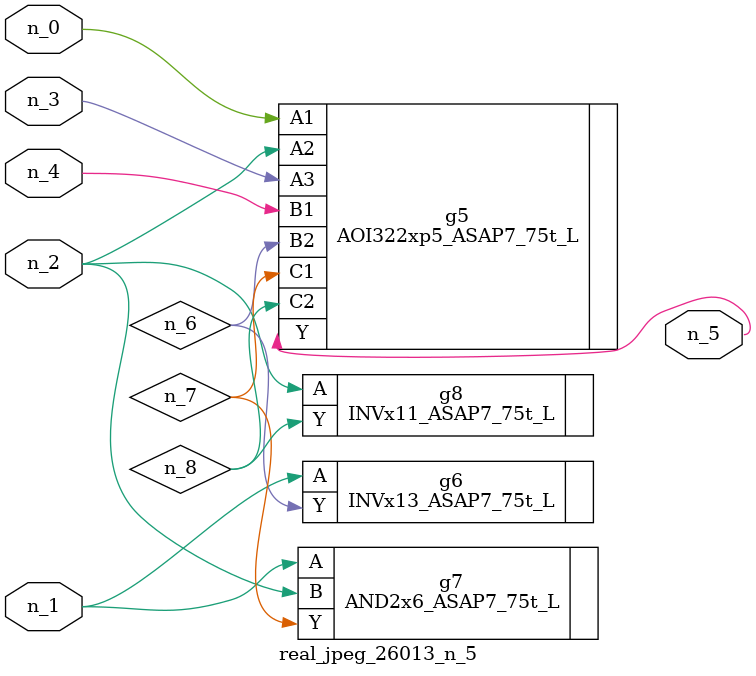
<source format=v>
module real_jpeg_26013_n_5 (n_4, n_0, n_1, n_2, n_3, n_5);

input n_4;
input n_0;
input n_1;
input n_2;
input n_3;

output n_5;

wire n_8;
wire n_6;
wire n_7;

AOI322xp5_ASAP7_75t_L g5 ( 
.A1(n_0),
.A2(n_2),
.A3(n_3),
.B1(n_4),
.B2(n_6),
.C1(n_7),
.C2(n_8),
.Y(n_5)
);

INVx13_ASAP7_75t_L g6 ( 
.A(n_1),
.Y(n_6)
);

AND2x6_ASAP7_75t_L g7 ( 
.A(n_1),
.B(n_2),
.Y(n_7)
);

INVx11_ASAP7_75t_L g8 ( 
.A(n_2),
.Y(n_8)
);


endmodule
</source>
